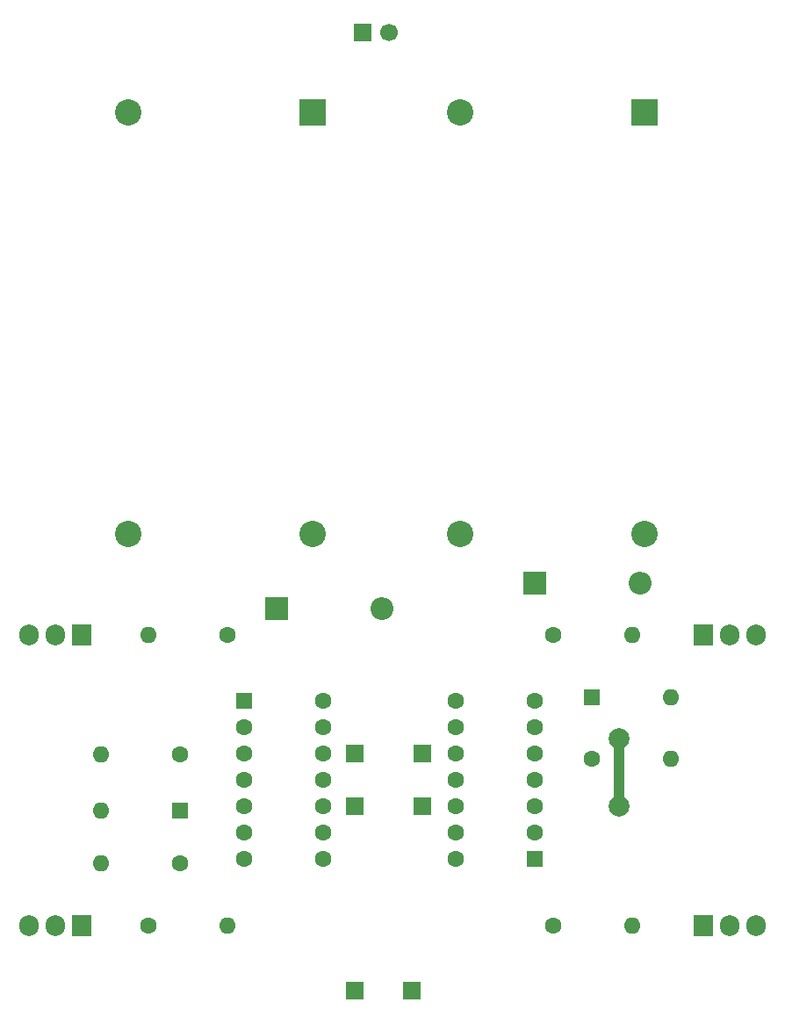
<source format=gbr>
%TF.GenerationSoftware,KiCad,Pcbnew,9.0.1*%
%TF.CreationDate,2025-07-17T11:03:29+03:00*%
%TF.ProjectId,deneme3,64656e65-6d65-4332-9e6b-696361645f70,rev?*%
%TF.SameCoordinates,Original*%
%TF.FileFunction,Copper,L2,Bot*%
%TF.FilePolarity,Positive*%
%FSLAX46Y46*%
G04 Gerber Fmt 4.6, Leading zero omitted, Abs format (unit mm)*
G04 Created by KiCad (PCBNEW 9.0.1) date 2025-07-17 11:03:29*
%MOMM*%
%LPD*%
G01*
G04 APERTURE LIST*
G04 Aperture macros list*
%AMRoundRect*
0 Rectangle with rounded corners*
0 $1 Rounding radius*
0 $2 $3 $4 $5 $6 $7 $8 $9 X,Y pos of 4 corners*
0 Add a 4 corners polygon primitive as box body*
4,1,4,$2,$3,$4,$5,$6,$7,$8,$9,$2,$3,0*
0 Add four circle primitives for the rounded corners*
1,1,$1+$1,$2,$3*
1,1,$1+$1,$4,$5*
1,1,$1+$1,$6,$7*
1,1,$1+$1,$8,$9*
0 Add four rect primitives between the rounded corners*
20,1,$1+$1,$2,$3,$4,$5,0*
20,1,$1+$1,$4,$5,$6,$7,0*
20,1,$1+$1,$6,$7,$8,$9,0*
20,1,$1+$1,$8,$9,$2,$3,0*%
G04 Aperture macros list end*
%TA.AperFunction,ComponentPad*%
%ADD10R,1.600000X1.600000*%
%TD*%
%TA.AperFunction,ComponentPad*%
%ADD11O,1.600000X1.600000*%
%TD*%
%TA.AperFunction,ComponentPad*%
%ADD12R,2.200000X2.200000*%
%TD*%
%TA.AperFunction,ComponentPad*%
%ADD13O,2.200000X2.200000*%
%TD*%
%TA.AperFunction,ComponentPad*%
%ADD14R,1.905000X2.000000*%
%TD*%
%TA.AperFunction,ComponentPad*%
%ADD15O,1.905000X2.000000*%
%TD*%
%TA.AperFunction,ComponentPad*%
%ADD16R,1.700000X1.700000*%
%TD*%
%TA.AperFunction,ComponentPad*%
%ADD17C,1.600000*%
%TD*%
%TA.AperFunction,ComponentPad*%
%ADD18R,2.540000X2.540000*%
%TD*%
%TA.AperFunction,ComponentPad*%
%ADD19C,2.540000*%
%TD*%
%TA.AperFunction,ComponentPad*%
%ADD20RoundRect,0.250000X-0.550000X-0.550000X0.550000X-0.550000X0.550000X0.550000X-0.550000X0.550000X0*%
%TD*%
%TA.AperFunction,ComponentPad*%
%ADD21C,1.700000*%
%TD*%
%TA.AperFunction,ComponentPad*%
%ADD22RoundRect,0.250000X0.550000X0.550000X-0.550000X0.550000X-0.550000X-0.550000X0.550000X-0.550000X0*%
%TD*%
%TA.AperFunction,ViaPad*%
%ADD23C,2.000000*%
%TD*%
%TA.AperFunction,Conductor*%
%ADD24C,1.000000*%
%TD*%
G04 APERTURE END LIST*
D10*
%TO.P,D2,1,K*%
%TO.N,Net-(D2-K)*%
X170300000Y-114510000D03*
D11*
%TO.P,D2,2,A*%
%TO.N,+12V*%
X177920000Y-114510000D03*
%TD*%
D10*
%TO.P,D1,1,K*%
%TO.N,Net-(D1-K)*%
X130610000Y-125500000D03*
D11*
%TO.P,D1,2,A*%
%TO.N,+12V*%
X122990000Y-125500000D03*
%TD*%
D12*
%TO.P,D4,1,K*%
%TO.N,+12V*%
X139920000Y-106000000D03*
D13*
%TO.P,D4,2,A*%
%TO.N,Net-(D4-A)*%
X150080000Y-106000000D03*
%TD*%
D14*
%TO.P,Q3,1,G*%
%TO.N,/Q3_G*%
X181110000Y-108510000D03*
D15*
%TO.P,Q3,2,D*%
%TO.N,+12V*%
X183650000Y-108510000D03*
%TO.P,Q3,3,S*%
%TO.N,/OUT_B*%
X186190000Y-108510000D03*
%TD*%
D14*
%TO.P,Q4,1,G*%
%TO.N,/Q4_G*%
X181110000Y-136510000D03*
D15*
%TO.P,Q4,2,D*%
%TO.N,/OUT_B*%
X183650000Y-136510000D03*
%TO.P,Q4,3,S*%
%TO.N,GND*%
X186190000Y-136510000D03*
%TD*%
D16*
%TO.P,J7,1,Pin_1*%
%TO.N,PWM_LO2*%
X154000000Y-125040000D03*
%TD*%
D14*
%TO.P,Q2,1,G*%
%TO.N,/Q2_G*%
X121110000Y-108510000D03*
D15*
%TO.P,Q2,2,D*%
%TO.N,/OUT_A*%
X118570000Y-108510000D03*
%TO.P,Q2,3,S*%
%TO.N,GND*%
X116030000Y-108510000D03*
%TD*%
D16*
%TO.P,J3,1,Pin_1*%
%TO.N,PWM_LO1*%
X147500000Y-119960000D03*
%TD*%
D14*
%TO.P,Q1,1,G*%
%TO.N,/Q1_G*%
X121110000Y-136565000D03*
D15*
%TO.P,Q1,2,D*%
%TO.N,+12V*%
X118570000Y-136565000D03*
%TO.P,Q1,3,S*%
%TO.N,/OUT_A*%
X116030000Y-136565000D03*
%TD*%
D16*
%TO.P,J5,1,Pin_1*%
%TO.N,/OUT_B*%
X153000000Y-142830000D03*
%TD*%
D17*
%TO.P,R1,1*%
%TO.N,/Q1_G*%
X127610000Y-136510000D03*
D11*
%TO.P,R1,2*%
%TO.N,/HO_1*%
X135230000Y-136510000D03*
%TD*%
D17*
%TO.P,C3,1*%
%TO.N,/OUT_A*%
X130610000Y-120000000D03*
D11*
%TO.P,C3,2*%
%TO.N,Net-(J4-Pin_1)*%
X122990000Y-120000000D03*
%TD*%
D18*
%TO.P,U3,1,Vin*%
%TO.N,+24V*%
X143390000Y-58180000D03*
D19*
%TO.P,U3,2,GND*%
%TO.N,GND*%
X125610000Y-58180000D03*
%TO.P,U3,3,GND*%
X125610000Y-98820000D03*
%TO.P,U3,4,Vout*%
%TO.N,Net-(D4-A)*%
X143390000Y-98820000D03*
%TD*%
D17*
%TO.P,R4,1*%
%TO.N,/LO_2*%
X166610000Y-136510000D03*
D11*
%TO.P,R4,2*%
%TO.N,/Q4_G*%
X174230000Y-136510000D03*
%TD*%
D18*
%TO.P,U4,1,Vin*%
%TO.N,+24V*%
X175390000Y-58180000D03*
D19*
%TO.P,U4,2,GND*%
%TO.N,GND*%
X157610000Y-58180000D03*
%TO.P,U4,3,GND*%
X157610000Y-98820000D03*
%TO.P,U4,4,Vout*%
%TO.N,Net-(D3-A)*%
X175390000Y-98820000D03*
%TD*%
D17*
%TO.P,R2,1*%
%TO.N,/LO_1*%
X135230000Y-108510000D03*
D11*
%TO.P,R2,2*%
%TO.N,/Q2_G*%
X127610000Y-108510000D03*
%TD*%
D20*
%TO.P,U1,1,LO*%
%TO.N,/LO_1*%
X136830000Y-114880000D03*
D17*
%TO.P,U1,2,COM*%
%TO.N,GND*%
X136830000Y-117420000D03*
%TO.P,U1,3,VCC*%
%TO.N,+12V*%
X136830000Y-119960000D03*
%TO.P,U1,4,NC*%
%TO.N,unconnected-(U1-NC-Pad4)*%
X136830000Y-122500000D03*
%TO.P,U1,5,VS*%
%TO.N,/OUT_A*%
X136830000Y-125040000D03*
%TO.P,U1,6,VB*%
%TO.N,Net-(D1-K)*%
X136830000Y-127580000D03*
%TO.P,U1,7,HO*%
%TO.N,/HO_1*%
X136830000Y-130120000D03*
%TO.P,U1,8,NC*%
%TO.N,unconnected-(U1-NC-Pad8)*%
X144450000Y-130120000D03*
%TO.P,U1,9,VDD*%
%TO.N,+5V*%
X144450000Y-127580000D03*
%TO.P,U1,10,HIN*%
%TO.N,PWM_HI1*%
X144450000Y-125040000D03*
%TO.P,U1,11,SD*%
%TO.N,GND*%
X144450000Y-122500000D03*
%TO.P,U1,12,LIN*%
%TO.N,PWM_LO1*%
X144450000Y-119960000D03*
%TO.P,U1,13,VSS*%
%TO.N,GND*%
X144450000Y-117420000D03*
%TO.P,U1,14,NC*%
%TO.N,unconnected-(U1-NC-Pad14)*%
X144450000Y-114880000D03*
%TD*%
D16*
%TO.P,J1,1,Pin_1*%
%TO.N,+24V*%
X148250000Y-50467500D03*
D21*
%TO.P,J1,2,Pin_2*%
%TO.N,GND*%
X150790000Y-50467500D03*
%TD*%
D22*
%TO.P,U2,1,LO*%
%TO.N,/LO_2*%
X164805000Y-130120000D03*
D17*
%TO.P,U2,2,COM*%
%TO.N,GND*%
X164805000Y-127580000D03*
%TO.P,U2,3,VCC*%
%TO.N,+12V*%
X164805000Y-125040000D03*
%TO.P,U2,4,NC*%
%TO.N,unconnected-(U2-NC-Pad4)*%
X164805000Y-122500000D03*
%TO.P,U2,5,VS*%
%TO.N,/OUT_B*%
X164805000Y-119960000D03*
%TO.P,U2,6,VB*%
%TO.N,Net-(D2-K)*%
X164805000Y-117420000D03*
%TO.P,U2,7,HO*%
%TO.N,/HO_2*%
X164805000Y-114880000D03*
%TO.P,U2,8,NC*%
%TO.N,unconnected-(U2-NC-Pad8)*%
X157185000Y-114880000D03*
%TO.P,U2,9,VDD*%
%TO.N,+5V*%
X157185000Y-117420000D03*
%TO.P,U2,10,HIN*%
%TO.N,PWM_HI2*%
X157185000Y-119960000D03*
%TO.P,U2,11,SD*%
%TO.N,GND*%
X157185000Y-122500000D03*
%TO.P,U2,12,LIN*%
%TO.N,PWM_LO2*%
X157185000Y-125040000D03*
%TO.P,U2,13,VSS*%
%TO.N,GND*%
X157185000Y-127580000D03*
%TO.P,U2,14,NC*%
%TO.N,unconnected-(U2-NC-Pad14)*%
X157185000Y-130120000D03*
%TD*%
D16*
%TO.P,J4,1,Pin_1*%
%TO.N,Net-(J4-Pin_1)*%
X147500000Y-142830000D03*
%TD*%
%TO.P,J2,1,Pin_1*%
%TO.N,PWM_HI1*%
X147500000Y-125040000D03*
%TD*%
D17*
%TO.P,C1,1*%
%TO.N,Net-(D1-K)*%
X130610000Y-130500000D03*
D11*
%TO.P,C1,2*%
%TO.N,/OUT_A*%
X122990000Y-130500000D03*
%TD*%
D12*
%TO.P,D3,1,K*%
%TO.N,+5V*%
X164840000Y-103500000D03*
D13*
%TO.P,D3,2,A*%
%TO.N,Net-(D3-A)*%
X175000000Y-103500000D03*
%TD*%
D16*
%TO.P,J6,1,Pin_1*%
%TO.N,PWM_HI2*%
X154000000Y-119960000D03*
%TD*%
D17*
%TO.P,R3,1*%
%TO.N,/HO_2*%
X166610000Y-108510000D03*
D11*
%TO.P,R3,2*%
%TO.N,/Q3_G*%
X174230000Y-108510000D03*
%TD*%
D17*
%TO.P,C2,1*%
%TO.N,Net-(D2-K)*%
X170300000Y-120500000D03*
D11*
%TO.P,C2,2*%
%TO.N,/OUT_B*%
X177920000Y-120500000D03*
%TD*%
D23*
%TO.N,+12V*%
X173000000Y-125000000D03*
X173000000Y-118500000D03*
%TD*%
D24*
%TO.N,+12V*%
X173000000Y-125000000D02*
X173000000Y-118500000D01*
%TD*%
M02*

</source>
